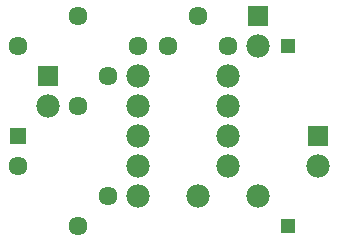
<source format=gbs>
G75*
%MOIN*%
%OFA0B0*%
%FSLAX25Y25*%
%IPPOS*%
%LPD*%
%AMOC8*
5,1,8,0,0,1.08239X$1,22.5*
%
%ADD10C,0.06343*%
%ADD11R,0.05556X0.05556*%
%ADD12C,0.07800*%
%ADD13R,0.07100X0.07100*%
%ADD14R,0.04762X0.04762*%
D10*
X0058676Y0040337D03*
X0068676Y0050337D03*
X0038676Y0060337D03*
X0058676Y0080337D03*
X0068676Y0090337D03*
X0078676Y0100337D03*
X0088676Y0100337D03*
X0098676Y0110337D03*
X0108676Y0100337D03*
X0058676Y0110337D03*
X0038676Y0100337D03*
D11*
X0038676Y0070337D03*
D12*
X0048676Y0080337D03*
X0078676Y0080337D03*
X0078676Y0070337D03*
X0078676Y0060337D03*
X0078676Y0050337D03*
X0098676Y0050337D03*
X0108676Y0060337D03*
X0108676Y0070337D03*
X0108676Y0080337D03*
X0108676Y0090337D03*
X0118676Y0100337D03*
X0078676Y0090337D03*
X0118676Y0050337D03*
X0138676Y0060337D03*
D13*
X0138676Y0070337D03*
X0118676Y0110337D03*
X0048676Y0090337D03*
D14*
X0128676Y0100337D03*
X0128676Y0040337D03*
M02*

</source>
